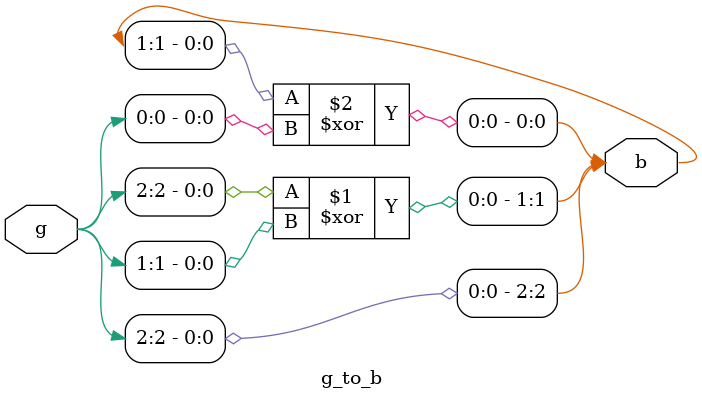
<source format=v>
module g_to_b(input[2:0]g , output[2:0]b);
    assign b[2] = g[2];
    assign b[1] = b[2]^g[1];
    assign b[0] = b[1]^g[0];
endmodule

</source>
